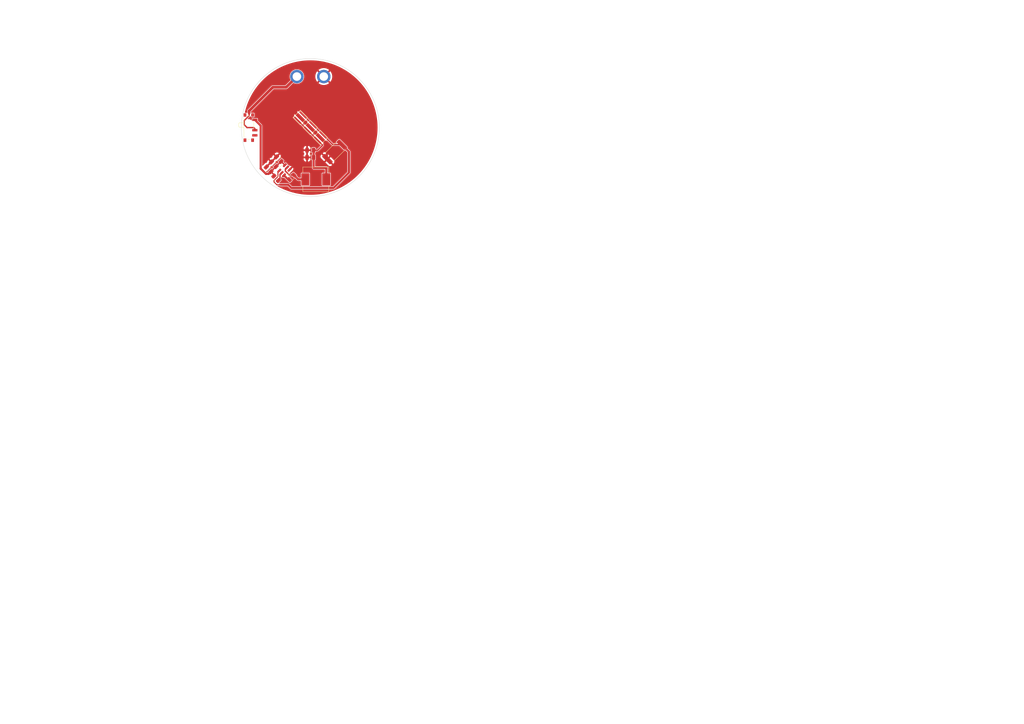
<source format=kicad_pcb>
(kicad_pcb (version 20221018) (generator pcbnew)
  (layers (0 "F.Cu" signal) (31 "B.Cu" signal) (34 "B.Paste" user) (35 "F.Paste" user) (36 "B.SilkS" user "B.Silkscreen") (37 "F.SilkS" user "F.Silkscreen") (38 "B.Mask" user) (39 "F.Mask" user) (44 "Edge.Cuts" user))
  (net 0 "")
  (net 1 "Net-(U1-VBST)")
  (net 2 "Net-(U1-SW)")
  (net 3 "Net-(SW1-A)")
  (net 4 "GND")
  (net 5 "Net-(D1-anode)")
  (net 6 "Net-(D1-cathode)")
  (net 7 "+12V")
  (net 8 "Net-(U1-EN)")
  (footprint "Button_Switch_SMD:SW_SPDT_PCM12" (layer "F.Cu") (at 72.475 37 -90)
    (fp_text reference "SW1")
    (fp_text value "SW_SPST")
    (fp_line (start -3.45 -0.07) (end -3.45 0.72) (stroke (width 0.1)) (layer "F.SilkS"))
    (fp_line (start -2.85 1.73) (end 2.85 1.73) (stroke (width 0.1)) (layer "F.SilkS"))
    (fp_line (start -1.6 -1.12) (end 0.1 -1.12) (stroke (width 0.1)) (layer "F.SilkS"))
    (fp_line (start -1.4 1.73) (end -1.4 3.02) (stroke (width 0.1)) (layer "F.SilkS"))
    (fp_line (start -1.4 3.02) (end -1.2 3.23) (stroke (width 0.1)) (layer "F.SilkS"))
    (fp_line (start -1.2 3.23) (end -0.3 3.23) (stroke (width 0.1)) (layer "F.SilkS"))
    (fp_line (start -0.1 3.02) (end -0.3 3.23) (stroke (width 0.1)) (layer "F.SilkS"))
    (fp_line (start -0.1 3.02) (end -0.1 1.73) (stroke (width 0.1)) (layer "F.SilkS"))
    (fp_line (start 1.4 -1.12) (end 1.6 -1.12) (stroke (width 0.1)) (layer "F.SilkS"))
    (fp_line (start 3.45 0.72) (end 3.45 -0.07) (stroke (width 0.1)) (layer "F.SilkS"))
    (pad "" smd rect (at -3.65 -0.78 270) (size 1 0.8) (layers "F.Cu" "F.Paste" "F.Mask"))
    (pad "" smd rect (at -3.65 1.43 270) (size 1 0.8) (layers "F.Cu" "F.Paste" "F.Mask"))
    (pad "" np_thru_hole circle (at -1.5 0.33 270) (size 0.9 0.9) (drill 0.9) (layers "*.Cu" "*.Mask"))
    (pad "" np_thru_hole circle (at 1.5 0.33 270) (size 0.9 0.9) (drill 0.9) (layers "*.Cu" "*.Mask"))
    (pad "" smd rect (at 3.65 -0.78 270) (size 1 0.8) (layers "F.Cu" "F.Paste" "F.Mask"))
    (pad "" smd rect (at 3.65 1.43 270) (size 1 0.8) (layers "F.Cu" "F.Paste" "F.Mask"))
    (pad "1" smd rect (at -2.25 -1.43 270) (size 0.7 1.5) (layers "F.Cu" "F.Paste" "F.Mask") (net 3 "Net-(SW1-A)"))
    (pad "2" smd rect (at 0.75 -1.43 270) (size 0.7 1.5) (layers "F.Cu" "F.Paste" "F.Mask") (net 7 "+12V"))
    (pad "3" smd rect (at 2.25 -1.43 270) (size 0.7 1.5) (layers "F.Cu" "F.Paste" "F.Mask"))
  )
  (footprint "Inductor_SMD:L_Sunlord_MWSA0624S" (layer "F.Cu") (at 91.6 52)
    (fp_text reference "L1")
    (fp_text value "2.2uH 10A")
    (fp_line (start -3.76 -3.56) (end -3.76 -2.01) (stroke (width 0.1)) (layer "F.SilkS"))
    (fp_line (start -3.76 -3.56) (end 3.76 -3.56) (stroke (width 0.1)) (layer "F.SilkS"))
    (fp_line (start -3.76 3.56) (end -3.76 2.01) (stroke (width 0.1)) (layer "F.SilkS"))
    (fp_line (start -3.76 3.56) (end 3.76 3.56) (stroke (width 0.1)) (layer "F.SilkS"))
    (fp_line (start 3.76 -3.56) (end 3.76 -2.01) (stroke (width 0.1)) (layer "F.SilkS"))
    (fp_line (start 3.76 3.56) (end 3.76 2.01) (stroke (width 0.1)) (layer "F.SilkS"))
    (pad "1" smd rect (at -3.025 0) (size 2.35 3.5) (layers "F.Cu" "F.Paste" "F.Mask") (net 2 "Net-(U1-SW)"))
    (pad "2" smd rect (at 3.025 0) (size 2.35 3.5) (layers "F.Cu" "F.Paste" "F.Mask") (net 5 "Net-(D1-anode)"))
  )
  (footprint "Capacitor_SMD:C_0805_2012Metric" (layer "F.Cu") (at 90 45.65 180)
    (fp_text reference "C5")
    (fp_text value "22uF 0805")
    (fp_line (start -0.261252 -0.735) (end 0.261252 -0.735) (stroke (width 0.1)) (layer "F.SilkS"))
    (fp_line (start -0.261252 0.735) (end 0.261252 0.735) (stroke (width 0.1)) (layer "F.SilkS"))
    (pad "1" smd roundrect (at -0.95 0 180) (size 1 1.45) (layers "F.Cu" "F.Paste" "F.Mask") (net 5 "Net-(D1-anode)"))
    (pad "2" smd roundrect (at 0.95 0 180) (size 1 1.45) (layers "F.Cu" "F.Paste" "F.Mask") (net 4 "GND"))
  )
  (footprint "Capacitor_SMD:C_0805_2012Metric" (layer "F.Cu") (at 80.85 46.15 135)
    (fp_text reference "C4")
    (fp_text value "0.1uF 0805")
    (fp_line (start -0.261252 -0.735) (end 0.261252 -0.735) (stroke (width 0.1)) (layer "F.SilkS"))
    (fp_line (start -0.261252 0.735) (end 0.261252 0.735) (stroke (width 0.1)) (layer "F.SilkS"))
    (pad "1" smd roundrect (at -0.95 0 135) (size 1 1.45) (layers "F.Cu" "F.Paste" "F.Mask") (net 3 "Net-(SW1-A)"))
    (pad "2" smd roundrect (at 0.95 0 135) (size 1 1.45) (layers "F.Cu" "F.Paste" "F.Mask") (net 4 "GND"))
  )
  (footprint "GW_CSSRM3:GW_CSSRM3" (layer "F.Cu") (at 90 37 -135)
    (fp_text reference "D2")
    (fp_text value "GW CSSRM1.BM")
    (fp_rect (start -1.5 -1.5) (end 1.5 1.5) (stroke (width 0.1)) (fill none) (layer "F.SilkS"))
    (pad "1" smd roundrect (at 1.1 0 225) (size 0.5 2.7) (layers "F.Cu" "F.Paste" "F.Mask") (net 5 "Net-(D1-anode)"))
    (pad "2" smd roundrect (at -1.1 0 225) (size 0.5 2.7) (layers "F.Cu" "F.Paste" "F.Mask") (net 6 "Net-(D1-cathode)"))
    (pad "3" smd custom (at 0 0 225) (size 1 2.7) (layers "F.Cu" "F.Paste" "F.Mask") (net 4 "GND") (options (clearance outline) (anchor rect)) (primitives))
  )
  (footprint "Package_TO_SOT_SMD:SOT-23-6" (layer "F.Cu") (at 82.476085 49.367417 -135)
    (fp_text reference "U1")
    (fp_text value "TPS565208")
    (fp_line (start 0 -1.56) (end -1.8 -1.56) (stroke (width 0.1)) (layer "F.SilkS"))
    (fp_line (start 0 -1.56) (end 0.8 -1.56) (stroke (width 0.1)) (layer "F.SilkS"))
    (fp_line (start 0 1.56) (end -0.8 1.56) (stroke (width 0.1)) (layer "F.SilkS"))
    (fp_line (start 0 1.56) (end 0.8 1.56) (stroke (width 0.1)) (layer "F.SilkS"))
    (pad "1" smd roundrect (at -1.1375 -0.95 225) (size 1.325 0.6) (layers "F.Cu" "F.Paste" "F.Mask") (net 4 "GND"))
    (pad "2" smd roundrect (at -1.1375 0 225) (size 1.325 0.6) (layers "F.Cu" "F.Paste" "F.Mask") (net 2 "Net-(U1-SW)"))
    (pad "3" smd roundrect (at -1.1375 0.95 225) (size 1.325 0.6) (layers "F.Cu" "F.Paste" "F.Mask") (net 3 "Net-(SW1-A)"))
    (pad "4" smd roundrect (at 1.1375 0.95 225) (size 1.325 0.6) (layers "F.Cu" "F.Paste" "F.Mask") (net 6 "Net-(D1-cathode)"))
    (pad "5" smd roundrect (at 1.1375 0 225) (size 1.325 0.6) (layers "F.Cu" "F.Paste" "F.Mask") (net 8 "Net-(U1-EN)"))
    (pad "6" smd roundrect (at 1.1375 -0.95 225) (size 1.325 0.6) (layers "F.Cu" "F.Paste" "F.Mask") (net 1 "Net-(U1-VBST)"))
  )
  (footprint "GW_CSSRM3:GW_CSSRM3" (layer "F.Cu") (at 87.100862 34.100862 -135)
    (fp_text reference "D3")
    (fp_text value "GW CSSRM1.BM")
    (fp_rect (start -1.5 -1.5) (end 1.5 1.5) (stroke (width 0.1)) (fill none) (layer "F.SilkS"))
    (pad "1" smd roundrect (at 1.1 0 225) (size 0.5 2.7) (layers "F.Cu" "F.Paste" "F.Mask") (net 5 "Net-(D1-anode)"))
    (pad "2" smd roundrect (at -1.1 0 225) (size 0.5 2.7) (layers "F.Cu" "F.Paste" "F.Mask") (net 6 "Net-(D1-cathode)"))
    (pad "3" smd custom (at 0 0 225) (size 1 2.7) (layers "F.Cu" "F.Paste" "F.Mask") (net 4 "GND") (options (clearance outline) (anchor rect)) (primitives))
  )
  (footprint "Capacitor_SMD:C_0805_2012Metric" (layer "F.Cu") (at 90 43.55 180)
    (fp_text reference "C6")
    (fp_text value "22uF 0805")
    (fp_line (start -0.261252 -0.735) (end 0.261252 -0.735) (stroke (width 0.1)) (layer "F.SilkS"))
    (fp_line (start -0.261252 0.735) (end 0.261252 0.735) (stroke (width 0.1)) (layer "F.SilkS"))
    (pad "1" smd roundrect (at -0.95 0 180) (size 1 1.45) (layers "F.Cu" "F.Paste" "F.Mask") (net 5 "Net-(D1-anode)"))
    (pad "2" smd roundrect (at 0.95 0 180) (size 1 1.45) (layers "F.Cu" "F.Paste" "F.Mask") (net 4 "GND"))
  )
  (footprint "GW_CSSRM3:GW_CSSRM3" (layer "F.Cu") (at 92.899138 39.899138 -135)
    (fp_text reference "D1")
    (fp_text value "GW CSSRM1.BM")
    (fp_rect (start -1.5 -1.5) (end 1.5 1.5) (stroke (width 0.1)) (fill none) (layer "F.SilkS"))
    (pad "1" smd roundrect (at 1.1 0 225) (size 0.5 2.7) (layers "F.Cu" "F.Paste" "F.Mask") (net 5 "Net-(D1-anode)"))
    (pad "2" smd roundrect (at -1.1 0 225) (size 0.5 2.7) (layers "F.Cu" "F.Paste" "F.Mask") (net 6 "Net-(D1-cathode)"))
    (pad "3" smd custom (at 0 0 225) (size 1 2.7) (layers "F.Cu" "F.Paste" "F.Mask") (net 4 "GND") (options (clearance outline) (anchor rect)) (primitives))
  )
  (footprint "Resistor_SMD:R_2512_6332Metric" (layer "F.Cu") (at 97.05 44.05 -135)
    (fp_text reference "R2")
    (fp_text value "170mΩ 2512")
    (fp_line (start -2.177064 -1.71) (end 2.177064 -1.71) (stroke (width 0.1)) (layer "F.SilkS"))
    (fp_line (start -2.177064 1.71) (end 2.177064 1.71) (stroke (width 0.1)) (layer "F.SilkS"))
    (pad "1" smd roundrect (at -2.9625 0 225) (size 1.225 3.35) (layers "F.Cu" "F.Paste" "F.Mask") (roundrect_rratio 0.204082) (net 6 "Net-(D1-cathode)"))
    (pad "2" smd roundrect (at 2.9625 0 225) (size 1.225 3.35) (layers "F.Cu" "F.Paste" "F.Mask") (roundrect_rratio 0.204082) (net 4 "GND"))
  )
  (footprint "Resistor_SMD:R_0805_2012Metric" (layer "F.Cu") (at 80.076085 51.717417 135)
    (fp_text reference "R1")
    (fp_text value "Value: Value: 10K 0805")
    (fp_line (start -0.227064 -0.735) (end 0.227064 -0.735) (stroke (width 0.1)) (layer "F.SilkS"))
    (fp_line (start -0.227064 0.735) (end 0.227064 0.735) (stroke (width 0.1)) (layer "F.SilkS"))
    (pad "1" smd roundrect (at -0.9125 0 135) (size 1.025 1.4) (layers "F.Cu" "F.Paste" "F.Mask") (roundrect_rratio 0.243902) (net 8 "Net-(U1-EN)"))
    (pad "2" smd roundrect (at 0.9125 0 135) (size 1.025 1.4) (layers "F.Cu" "F.Paste" "F.Mask") (roundrect_rratio 0.243902) (net 3 "Net-(SW1-A)"))
  )
  (footprint "Connector_Wire:SolderWire-2sqmm_1x02_P7.8mm_D2mm_OD3.9mm" (layer "F.Cu") (at 86.1 22.2)
    (fp_text reference "J1")
    (fp_text value "Conn_01x02")
    (pad "1" thru_hole oval (at 0 0) (size 3.9 3.9) (drill 2.5) (layers "*.Cu" "*.Mask") (net 7 "+12V"))
    (pad "2" thru_hole circle (at 7.8 0) (size 3.9 3.9) (drill 2.5) (layers "*.Cu" "*.Mask") (net 4 "GND"))
  )
  (footprint "Capacitor_SMD:C_0805_2012Metric" (layer "F.Cu") (at 84.576085 51.442417 45)
    (fp_text reference "C1")
    (fp_text value "10uF 0805")
    (fp_line (start -0.261252 -0.735) (end 0.261252 -0.735) (stroke (width 0.1)) (layer "F.SilkS"))
    (fp_line (start -0.261252 0.735) (end 0.261252 0.735) (stroke (width 0.1)) (layer "F.SilkS"))
    (pad "1" smd roundrect (at -0.95 0 45) (size 1 1.45) (layers "F.Cu" "F.Paste" "F.Mask") (net 1 "Net-(U1-VBST)"))
    (pad "2" smd roundrect (at 0.95 0 45) (size 1 1.45) (layers "F.Cu" "F.Paste" "F.Mask") (net 2 "Net-(U1-SW)"))
  )
  (footprint "Capacitor_SMD:C_0805_2012Metric" (layer "F.Cu") (at 79.375 47.625 135)
    (fp_text reference "C3")
    (fp_text value "10uF 0805")
    (fp_line (start -0.261252 -0.735) (end 0.261252 -0.735) (stroke (width 0.1)) (layer "F.SilkS"))
    (fp_line (start -0.261252 0.735) (end 0.261252 0.735) (stroke (width 0.1)) (layer "F.SilkS"))
    (pad "1" smd roundrect (at -0.95 0 135) (size 1 1.45) (layers "F.Cu" "F.Paste" "F.Mask") (net 3 "Net-(SW1-A)"))
    (pad "2" smd roundrect (at 0.95 0 135) (size 1 1.45) (layers "F.Cu" "F.Paste" "F.Mask") (net 4 "GND"))
  )
  (footprint "Capacitor_SMD:C_0805_2012Metric" (layer "F.Cu") (at 77.9 49.1 135)
    (fp_text reference "C2")
    (fp_text value "10uF 0805")
    (fp_line (start -0.261252 -0.735) (end 0.261252 -0.735) (stroke (width 0.1)) (layer "F.SilkS"))
    (fp_line (start -0.261252 0.735) (end 0.261252 0.735) (stroke (width 0.1)) (layer "F.SilkS"))
    (pad "1" smd roundrect (at -0.95 0 135) (size 1 1.45) (layers "F.Cu" "F.Paste" "F.Mask") (net 3 "Net-(SW1-A)"))
    (pad "2" smd roundrect (at 0.95 0 135) (size 1 1.45) (layers "F.Cu" "F.Paste" "F.Mask") (net 4 "GND"))
  )
  (footprint "GW_CSSRM3:Sun" (layer "F.Cu") (at 90 28.8)
    (fp_text reference "G***")
    (fp_text value "LOGO" hide)
  )
  (gr_circle (center 90 37) (end 110 37) (stroke (width 0.1)) (fill none) (layer "Edge.Cuts"))
  (segment (start 83.614168 52.114168) (end 82.343502 50.843502) (width 0.6) (layer "F.Cu") (net 1))
  (segment (start 83.904334 52.114168) (end 83.614168 52.114168) (width 0.15) (layer "F.Cu") (net 1))
  (segment (start 82.775 49.625) (end 83.920666 50.770666) (width 0.4) (layer "F.Cu") (net 2))
  (segment (start 82.775 49.068502) (end 82.775 49.625) (width 0.4) (layer "F.Cu") (net 2))
  (segment (start 83.280419 48.563083) (end 82.775 49.068502) (width 0.4) (layer "F.Cu") (net 2))
  (segment (start 83.920666 50.770666) (end 85.247836 50.770666) (width 0.4) (layer "F.Cu") (net 2))
  (segment (start 88.575 52) (end 86.47717 52) (width 0.6) (layer "F.Cu") (net 2))
  (segment (start 86.47717 52) (end 85.247836 50.770666) (width 0.6) (layer "F.Cu") (net 2))
  (segment (start 78.571751 49.771751) (end 79.43085 50.63085) (width 0.4) (layer "F.Cu") (net 3))
  (segment (start 75.6 36.445) (end 73.905 34.75) (width 0.6) (layer "F.Cu") (net 3))
  (segment (start 79.43085 50.63085) (end 79.43085 51.072182) (width 0.4) (layer "F.Cu") (net 3))
  (segment (start 77.918502 50.425) (end 77.125 50.425) (width 0.6) (layer "F.Cu") (net 3))
  (segment (start 81.539087 46.821751) (end 81.521751 46.821751) (width 0.4) (layer "F.Cu") (net 3))
  (segment (start 78.571751 49.771751) (end 77.918502 50.425) (width 0.6) (layer "F.Cu") (net 3))
  (segment (start 78.571751 49.771751) (end 81.521751 46.821751) (width 0.4) (layer "F.Cu") (net 3))
  (segment (start 82.608668 47.891332) (end 81.539087 46.821751) (width 0.4) (layer "F.Cu") (net 3))
  (segment (start 75.6 48.9) (end 75.6 36.445) (width 0.6) (layer "F.Cu") (net 3))
  (segment (start 77.125 50.425) (end 75.6 48.9) (width 0.6) (layer "F.Cu") (net 3))
  (segment (start 92.899138 39.899138) (end 90 37) (width 0.9) (layer "F.Cu") (net 4))
  (segment (start 87.100862 34.100862) (end 85.5 32.5) (width 0.9) (layer "F.Cu") (net 4))
  (segment (start 90 37) (end 87.100862 34.100862) (width 0.9) (layer "F.Cu") (net 4))
  (segment (start 83.95217 49.234834) (end 83.95217 49.22283) (width 0.4) (layer "F.Cu") (net 4))
  (segment (start 92.899138 39.899138) (end 94.8 41.8) (width 0.9) (layer "F.Cu") (net 4))
  (segment (start 94.8 45.989608) (end 94.955196 46.144804) (width 0.6) (layer "F.Cu") (net 4))
  (segment (start 83.95217 49.22283) (end 85.25 47.925) (width 0.4) (layer "F.Cu") (net 4))
  (segment (start 94.8 41.8) (end 94.8 45.989608) (width 0.6) (layer "F.Cu") (net 4))
  (segment (start 90.95 48.7) (end 90.95 45.65) (width 0.6) (layer "F.Cu") (net 5))
  (segment (start 94.625 48.7) (end 90.95 48.7) (width 0.6) (layer "F.Cu") (net 5))
  (segment (start 94.625 52) (end 94.625 48.7) (width 0.6) (layer "F.Cu") (net 5))
  (segment (start 93.572183 42.127817) (end 92.15 43.55) (width 0.4) (layer "F.Cu") (net 5))
  (segment (start 92.15 43.55) (end 90.95 43.55) (width 0.4) (layer "F.Cu") (net 5))
  (segment (start 86.323045 34.878679) (end 92.121321 40.676955) (width 0.4) (layer "F.Cu") (net 5))
  (segment (start 90.95 43.55) (end 90.95 45.65) (width 0.6) (layer "F.Cu") (net 5))
  (segment (start 92.121321 40.676955) (end 93.572183 42.127817) (width 0.4) (layer "F.Cu") (net 5))
  (segment (start 96.75 54.5) (end 101.2 50.05) (width 0.6) (layer "F.Cu") (net 6))
  (segment (start 101.2 44.010392) (end 99.144804 41.955196) (width 0.6) (layer "F.Cu") (net 6))
  (segment (start 80.6 51.2) (end 80.6 49.9) (width 0.3) (layer "F.Cu") (net 6))
  (segment (start 101.2 50.05) (end 101.2 44.010392) (width 0.6) (layer "F.Cu") (net 6))
  (segment (start 83.575 53.575) (end 84.5 54.5) (width 0.6) (layer "F.Cu") (net 6))
  (segment (start 99.144804 41.955196) (end 96.51083 41.955196) (width 0.4) (layer "F.Cu") (net 6))
  (segment (start 93.676955 39.121321) (end 87.878679 33.323045) (width 0.4) (layer "F.Cu") (net 6))
  (segment (start 96.51083 41.955196) (end 93.676955 39.121321) (width 0.4) (layer "F.Cu") (net 6))
  (segment (start 81.275 53.575) (end 83.575 53.575) (width 0.6) (layer "F.Cu") (net 6))
  (segment (start 80.275 53.575) (end 79.475 52.775) (width 0.3) (layer "F.Cu") (net 6))
  (segment (start 79.475 52.325) (end 80.6 51.2) (width 0.3) (layer "F.Cu") (net 6))
  (segment (start 79.475 52.775) (end 79.475 52.325) (width 0.3) (layer "F.Cu") (net 6))
  (segment (start 80.6 49.9) (end 81 49.5) (width 0.3) (layer "F.Cu") (net 6))
  (segment (start 84.5 54.5) (end 96.75 54.5) (width 0.6) (layer "F.Cu") (net 6))
  (segment (start 81.275 53.575) (end 80.275 53.575) (width 0.3) (layer "F.Cu") (net 6))
  (segment (start 72.25 32.755) (end 72.25 33.55) (width 0.4) (layer "F.Cu") (net 7))
  (segment (start 79.125 25.3) (end 72.25 32.175) (width 0.8) (layer "F.Cu") (net 7))
  (segment (start 73.905 37.305) (end 73.905 37.75) (width 0.4) (layer "F.Cu") (net 7))
  (segment (start 70.825833 36.175833) (end 71.65 37) (width 0.4) (layer "F.Cu") (net 7))
  (segment (start 73.6 37) (end 73.905 37.305) (width 0.4) (layer "F.Cu") (net 7))
  (segment (start 72.25 32.175) (end 72.25 32.755) (width 0.8) (layer "F.Cu") (net 7))
  (segment (start 70.825833 34.974167) (end 70.825833 36.175833) (width 0.4) (layer "F.Cu") (net 7))
  (segment (start 83 25.3) (end 79.125 25.3) (width 0.8) (layer "F.Cu") (net 7))
  (segment (start 72.25 33.55) (end 70.825833 34.974167) (width 0.4) (layer "F.Cu") (net 7))
  (segment (start 71.65 37) (end 73.6 37) (width 0.4) (layer "F.Cu") (net 7))
  (segment (start 86.1 22.2) (end 83 25.3) (width 0.8) (layer "F.Cu") (net 7))
  (segment (start 81.2 50.643502) (end 81.2 51.883972) (width 0.4) (layer "F.Cu") (net 8))
  (segment (start 81.671751 50.171751) (end 81.2 50.643502) (width 0.4) (layer "F.Cu") (net 8))
  (segment (start 81.2 51.883972) (end 80.72132 52.362652) (width 0.4) (layer "F.Cu") (net 8))
  (zone (net 4) (net_name "GND") (layer "F.Cu") (connect_pads (clearance 0.15)) (min_thickness 0.15) (fill yes (thermal_gap 0.5) (thermal_bridge_width 0.5))
    (polygon (pts (xy 0 0) (xy 297 0) (xy 297 210) (xy 0 210)))
  )
)
</source>
